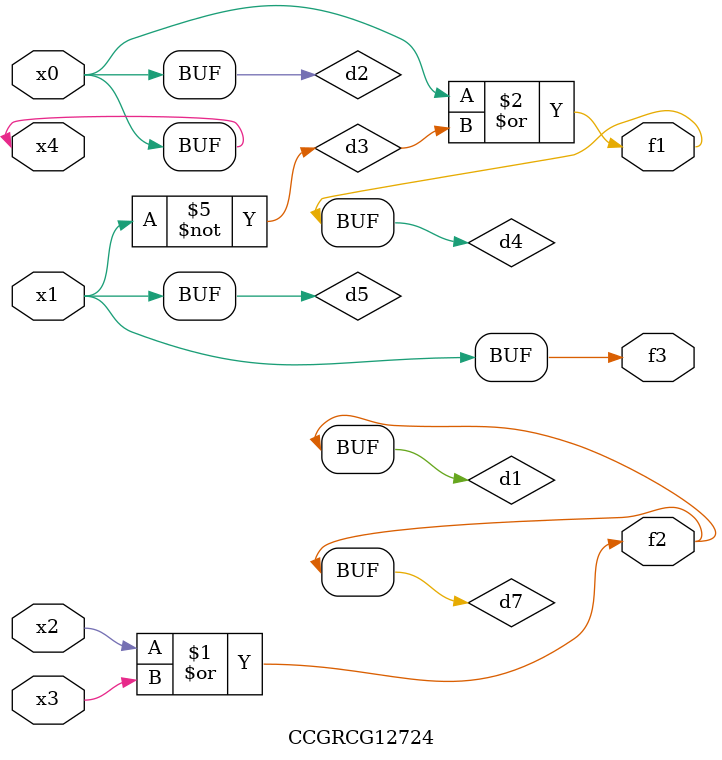
<source format=v>
module CCGRCG12724(
	input x0, x1, x2, x3, x4,
	output f1, f2, f3
);

	wire d1, d2, d3, d4, d5, d6, d7;

	or (d1, x2, x3);
	buf (d2, x0, x4);
	not (d3, x1);
	or (d4, d2, d3);
	not (d5, d3);
	nand (d6, d1, d3);
	or (d7, d1);
	assign f1 = d4;
	assign f2 = d7;
	assign f3 = d5;
endmodule

</source>
